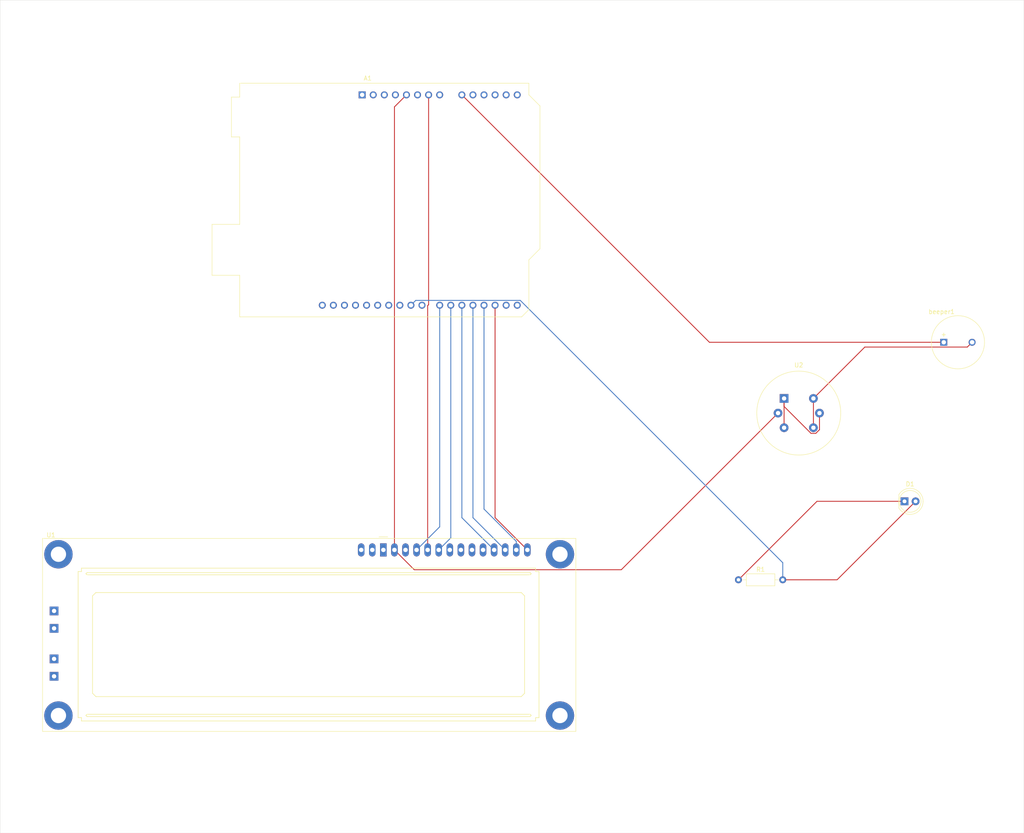
<source format=kicad_pcb>
(kicad_pcb (version 20240108) (generator "pcbnew") (generator_version "8.0")
  (layers (0 "F.Cu" signal) (31 "B.Cu" signal) (34 "B.Paste" user) (35 "F.Paste" user) (36 "B.SilkS" user "B.Silkscreen") (37 "F.SilkS" user "F.Silkscreen") (38 "B.Mask" user) (39 "F.Mask" user) (44 "Edge.Cuts" user))
  (net 0 "")
  (net 1 "Net-(A1-D6)")
  (net 2 "Net-(A1-D2)")
  (net 5 "Net-(A1-D4)")
  (net 6 "Net-(A1-A0)")
  (net 8 "Net-(A1-D9)")
  (net 13 "Net-(A1-D7)")
  (net 19 "Net-(A1-D5)")
  (net 25 "Net-(U1-R{slash}~{W})")
  (net 26 "Net-(A1-D3)")
  (net 30 "+5V")
  (net 33 "Net-(U2-A1)")
  (net 34 "Net-(D1-Pad1)")
  (net 36 "Net-(U1-VSS)")
  (net 47 "Net-(U2-B1)")
  (footprint "Sensor:MQ-6" (layer "F.Cu") (at 202.14 92.64)
    (property "Reference" "U2" (at 3.36 -7.64 0) (layer "F.SilkS"))
    (property "Value" "MQ-6")
    (fp_circle (center 3.36 3.36) (end 12.985 3.36) (stroke (width 0.12)) (fill none) (layer "F.SilkS"))
    (pad "1" thru_hole rect (at 0 0) (size 2 2) (drill 1) (layers "*.Cu" "*.Mask") (net 47 "Net-(U2-B1)"))
    (pad "2" thru_hole circle (at -1.39 3.36) (size 2 2) (drill 1) (layers "*.Cu" "*.Mask") (net 30 "+5V"))
    (pad "3" thru_hole circle (at 0 6.72 90) (size 2 2) (drill 1) (layers "*.Cu" "*.Mask") (net 47 "Net-(U2-B1)"))
    (pad "4" thru_hole circle (at 6.72 6.72 180) (size 2 2) (drill 1) (layers "*.Cu" "*.Mask") (net 33 "Net-(U2-A1)"))
    (pad "5" thru_hole circle (at 8.11 3.36) (size 2 2) (drill 1) (layers "*.Cu" "*.Mask") (net 47 "Net-(U2-B1)"))
    (pad "6" thru_hole circle (at 6.72 0 270) (size 2 2) (drill 1) (layers "*.Cu" "*.Mask") (net 33 "Net-(U2-A1)"))
  )
  (footprint "Resistor_THT:R_Axial_DIN0207_L6.3mm_D2.5mm_P10.16mm_Horizontal" (layer "F.Cu") (at 191.67 134.25)
    (property "Reference" "R1" (at 5.08 -2.37 0) (layer "F.SilkS"))
    (property "Value" "Resistor")
    (fp_line (start 1.04 0) (end 1.81 0) (stroke (width 0.12)) (layer "F.SilkS"))
    (fp_line (start 1.81 -1.37) (end 1.81 1.37) (stroke (width 0.12)) (layer "F.SilkS"))
    (fp_line (start 1.81 1.37) (end 8.35 1.37) (stroke (width 0.12)) (layer "F.SilkS"))
    (fp_line (start 8.35 -1.37) (end 1.81 -1.37) (stroke (width 0.12)) (layer "F.SilkS"))
    (fp_line (start 8.35 1.37) (end 8.35 -1.37) (stroke (width 0.12)) (layer "F.SilkS"))
    (fp_line (start 9.12 0) (end 8.35 0) (stroke (width 0.12)) (layer "F.SilkS"))
    (pad "1" thru_hole circle (at 0 0) (size 1.6 1.6) (drill 0.8) (layers "*.Cu" "*.Mask") (net 34 "Net-(D1-Pad1)"))
    (pad "2" thru_hole oval (at 10.16 0) (size 1.6 1.6) (drill 0.8) (layers "*.Cu" "*.Mask") (net 8 "Net-(A1-D9)"))
  )
  (footprint "LED_THT:LED_D5.0mm" (layer "F.Cu") (at 229.75 116.25)
    (property "Reference" "D1" (at 1.27 -3.96 0) (layer "F.SilkS"))
    (property "Value" "LED")
    (fp_line (start -1.29 -1.545) (end -1.29 1.545) (stroke (width 0.12)) (layer "F.SilkS"))
    (fp_arc (start -1.29 -1.54483) (mid 2.071756 -2.880501) (end 4.26 -0.000048) (stroke (width 0.12)) (layer "F.SilkS"))
    (fp_arc (start 4.26 0.000048) (mid 2.071756 2.880501) (end -1.29 1.54483) (stroke (width 0.12)) (layer "F.SilkS"))
    (fp_circle (center 1.27 0) (end 3.77 0) (stroke (width 0.12)) (fill none) (layer "F.SilkS"))
    (pad "1" thru_hole rect (at 0 0) (size 1.8 1.8) (drill 0.9) (layers "*.Cu" "*.Mask") (net 34 "Net-(D1-Pad1)"))
    (pad "2" thru_hole circle (at 2.54 0) (size 1.8 1.8) (drill 0.9) (layers "*.Cu" "*.Mask") (net 8 "Net-(A1-D9)"))
  )
  (footprint "Display:LCD-016N002L" (layer "F.Cu") (at 110.25 127.3925)
    (property "Reference" "U1" (at -76.21 -3.41 180) (layer "F.SilkS"))
    (property "Value" "LCD-016N002L")
    (fp_line (start -78.14 -2.64) (end -78.14 41.64) (stroke (width 0.12)) (layer "F.SilkS"))
    (fp_line (start -78.14 41.64) (end 44.14 41.64) (stroke (width 0.12)) (layer "F.SilkS"))
    (fp_line (start -69.977 4.953) (end -69.977 38.481) (stroke (width 0.15)) (layer "F.SilkS"))
    (fp_line (start -69.215 4.191) (end -69.215 4.953) (stroke (width 0.15)) (layer "F.SilkS"))
    (fp_line (start -69.215 4.953) (end -69.977 4.953) (stroke (width 0.15)) (layer "F.SilkS"))
    (fp_line (start -69.215 38.481) (end -69.977 38.481) (stroke (width 0.15)) (layer "F.SilkS"))
    (fp_line (start -69.215 39.243) (end -69.215 38.481) (stroke (width 0.15)) (layer "F.SilkS"))
    (fp_line (start -69.215 39.243) (end 34.925 39.243) (stroke (width 0.15)) (layer "F.SilkS"))
    (fp_line (start -68.199 5.461) (end -67.945 5.715) (stroke (width 0.15)) (layer "F.SilkS"))
    (fp_line (start -68.199 37.973) (end -67.945 38.227) (stroke (width 0.15)) (layer "F.SilkS"))
    (fp_line (start -67.945 5.207) (end -68.199 5.461) (stroke (width 0.15)) (layer "F.SilkS"))
    (fp_line (start -67.945 5.715) (end 33.655 5.715) (stroke (width 0.15)) (layer "F.SilkS"))
    (fp_line (start -67.945 37.719) (end -68.199 37.973) (stroke (width 0.15)) (layer "F.SilkS"))
    (fp_line (start -67.945 38.227) (end 33.655 38.227) (stroke (width 0.15)) (layer "F.SilkS"))
    (fp_line (start -66.675 10.541) (end -65.913 9.779) (stroke (width 0.15)) (layer "F.SilkS"))
    (fp_line (start -66.675 32.893) (end -66.675 10.541) (stroke (width 0.15)) (layer "F.SilkS"))
    (fp_line (start -65.913 9.779) (end 31.623 9.779) (stroke (width 0.15)) (layer "F.SilkS"))
    (fp_line (start -65.913 33.655) (end -66.675 32.893) (stroke (width 0.15)) (layer "F.SilkS"))
    (fp_line (start -1 -3) (end 1 -3) (stroke (width 0.12)) (layer "F.SilkS"))
    (fp_line (start 31.623 9.779) (end 32.385 10.541) (stroke (width 0.15)) (layer "F.SilkS"))
    (fp_line (start 31.623 33.655) (end -65.913 33.655) (stroke (width 0.15)) (layer "F.SilkS"))
    (fp_line (start 32.385 10.541) (end 32.385 32.893) (stroke (width 0.15)) (layer "F.SilkS"))
    (fp_line (start 32.385 32.893) (end 31.623 33.655) (stroke (width 0.15)) (layer "F.SilkS"))
    (fp_line (start 33.655 5.207) (end -67.945 5.207) (stroke (width 0.15)) (layer "F.SilkS"))
    (fp_line (start 33.655 5.207) (end 33.909 5.461) (stroke (width 0.15)) (layer "F.SilkS"))
    (fp_line (start 33.655 37.719) (end -67.945 37.719) (stroke (width 0.15)) (layer "F.SilkS"))
    (fp_line (start 33.655 38.227) (end 33.909 37.973) (stroke (width 0.15)) (layer "F.SilkS"))
    (fp_line (start 33.909 5.461) (end 33.655 5.715) (stroke (width 0.15)) (layer "F.SilkS"))
    (fp_line (start 33.909 37.973) (end 33.655 37.719) (stroke (width 0.15)) (layer "F.SilkS"))
    (fp_line (start 34.925 4.191) (end -69.215 4.191) (stroke (width 0.15)) (layer "F.SilkS"))
    (fp_line (start 34.925 4.191) (end 34.925 4.953) (stroke (width 0.15)) (layer "F.SilkS"))
    (fp_line (start 34.925 4.953) (end 35.687 4.953) (stroke (width 0.15)) (layer "F.SilkS"))
    (fp_line (start 34.925 38.481) (end 34.925 39.243) (stroke (width 0.15)) (layer "F.SilkS"))
    (fp_line (start 35.687 38.481) (end 34.925 38.481) (stroke (width 0.15)) (layer "F.SilkS"))
    (fp_line (start 35.687 38.481) (end 35.687 4.953) (stroke (width 0.15)) (layer "F.SilkS"))
    (fp_line (start 44.14 -2.64) (end -78.14 -2.64) (stroke (width 0.12)) (layer "F.SilkS"))
    (fp_line (start 44.14 -2.64) (end 44.14 41.64) (stroke (width 0.12)) (layer "F.SilkS"))
    (pad "" thru_hole circle (at -74.5 1 180) (size 6.5 6.5) (drill 3.5) (layers "*.Cu" "*.Mask"))
    (pad "" thru_hole circle (at -74.5 38 180) (size 6.5 6.5) (drill 3.5) (layers "*.Cu" "*.Mask"))
    (pad "" thru_hole circle (at 40.5 1 180) (size 6.5 6.5) (drill 3.5) (layers "*.Cu" "*.Mask"))
    (pad "" thru_hole circle (at 40.5 38 180) (size 6.5 6.5) (drill 3.5) (layers "*.Cu" "*.Mask"))
    (pad "1" thru_hole rect (at 0 0 180) (size 1.5 3) (drill 1) (layers "*.Cu" "*.Mask") (net 36 "Net-(U1-VSS)"))
    (pad "2" thru_hole oval (at 2.54 0 180) (size 1.5 3) (drill 1) (layers "*.Cu" "*.Mask") (net 30 "+5V"))
    (pad "3" thru_hole oval (at 5.08 0 180) (size 1.5 3) (drill 1) (layers "*.Cu" "*.Mask"))
    (pad "4" thru_hole oval (at 7.62 0 180) (size 1.5 3) (drill 1) (layers "*.Cu" "*.Mask") (net 13 "Net-(A1-D7)"))
    (pad "5" thru_hole oval (at 10.16 0 180) (size 1.5 3) (drill 1) (layers "*.Cu" "*.Mask") (net 25 "Net-(U1-R{slash}~{W})"))
    (pad "6" thru_hole oval (at 12.7 0 180) (size 1.5 3) (drill 1) (layers "*.Cu" "*.Mask") (net 1 "Net-(A1-D6)"))
    (pad "7" thru_hole oval (at 15.24 0 180) (size 1.5 3) (drill 1) (layers "*.Cu" "*.Mask"))
    (pad "8" thru_hole oval (at 17.78 0 180) (size 1.5 3) (drill 1) (layers "*.Cu" "*.Mask"))
    (pad "9" thru_hole oval (at 20.32 0 180) (size 1.5 3) (drill 1) (layers "*.Cu" "*.Mask"))
    (pad "10" thru_hole oval (at 22.86 0 180) (size 1.5 3) (drill 1) (layers "*.Cu" "*.Mask"))
    (pad "11" thru_hole oval (at 25.4 0 180) (size 1.5 3) (drill 1) (layers "*.Cu" "*.Mask") (net 19 "Net-(A1-D5)"))
    (pad "12" thru_hole oval (at 27.94 0 180) (size 1.5 3) (drill 1) (layers "*.Cu" "*.Mask") (net 5 "Net-(A1-D4)"))
    (pad "13" thru_hole oval (at 30.48 0 180) (size 1.5 3) (drill 1) (layers "*.Cu" "*.Mask") (net 26 "Net-(A1-D3)"))
    (pad "14" thru_hole oval (at 33.02 0 180) (size 1.5 3) (drill 1) (layers "*.Cu" "*.Mask") (net 2 "Net-(A1-D2)"))
    (pad "15" thru_hole oval (at -2.54 0 180) (size 1.5 3) (drill 1) (layers "*.Cu" "*.Mask"))
    (pad "16" thru_hole oval (at -5.08 0 180) (size 1.5 3) (drill 1) (layers "*.Cu" "*.Mask"))
    (pad "A1" thru_hole rect (at -75.5 14 180) (size 2 2) (drill 1) (layers "*.Cu" "*.Mask"))
    (pad "A2" thru_hole rect (at -75.5 25 180) (size 2 2) (drill 1) (layers "*.Cu" "*.Mask"))
    (pad "K1" thru_hole rect (at -75.5 18 180) (size 2 2) (drill 1) (layers "*.Cu" "*.Mask"))
    (pad "K2" thru_hole rect (at -75.5 29 180) (size 2 2) (drill 1) (layers "*.Cu" "*.Mask"))
  )
  (footprint "Buzzer_Beeper:MagneticBuzzer_ProSignal_ABT-410-RC" (layer "F.Cu") (at 238.75 79.75)
    (property "Reference" "beeper1" (at -0.5 -7 0) (layer "F.SilkS"))
    (property "Value" "Buzzer_5V")
    (fp_circle (center 3.25 0) (end 9.35 0) (stroke (width 0.12)) (fill none) (layer "F.SilkS"))
    (fp_text user "+" (at 0 -1.8 0) (layer "F.SilkS"))
    (pad "1" thru_hole rect (at 0 0) (size 1.6 1.6) (drill 1) (layers "*.Cu" "*.Mask") (net 6 "Net-(A1-A0)"))
    (pad "2" thru_hole circle (at 6.5 0) (size 1.6 1.6) (drill 1) (layers "*.Cu" "*.Mask") (net 33 "Net-(U2-A1)"))
  )
  (footprint "Module:Arduino_UNO_R3" (layer "F.Cu") (at 105.39 22.99)
    (property "Reference" "A1" (at 1.27 -3.81 180) (layer "F.SilkS"))
    (property "Value" "Arduino_UNO_R3")
    (fp_line (start -34.42 29.72) (end -34.42 41.4) (stroke (width 0.12)) (layer "F.SilkS"))
    (fp_line (start -34.42 41.4) (end -28.07 41.4) (stroke (width 0.12)) (layer "F.SilkS"))
    (fp_line (start -29.97 0.51) (end -29.97 9.65) (stroke (width 0.12)) (layer "F.SilkS"))
    (fp_line (start -29.97 9.65) (end -28.07 9.65) (stroke (width 0.12)) (layer "F.SilkS"))
    (fp_line (start -28.07 -2.67) (end -28.07 0.51) (stroke (width 0.12)) (layer "F.SilkS"))
    (fp_line (start -28.07 0.51) (end -29.97 0.51) (stroke (width 0.12)) (layer "F.SilkS"))
    (fp_line (start -28.07 9.65) (end -28.07 29.72) (stroke (width 0.12)) (layer "F.SilkS"))
    (fp_line (start -28.07 29.72) (end -34.42 29.72) (stroke (width 0.12)) (layer "F.SilkS"))
    (fp_line (start -28.07 41.4) (end -28.07 50.93) (stroke (width 0.12)) (layer "F.SilkS"))
    (fp_line (start -28.07 50.93) (end 36.58 50.93) (stroke (width 0.12)) (layer "F.SilkS"))
    (fp_line (start 36.58 50.93) (end 38.23 49.28) (stroke (width 0.12)) (layer "F.SilkS"))
    (fp_line (start 38.23 -2.67) (end -28.07 -2.67) (stroke (width 0.12)) (layer "F.SilkS"))
    (fp_line (start 38.23 0) (end 38.23 -2.67) (stroke (width 0.12)) (layer "F.SilkS"))
    (fp_line (start 38.23 37.85) (end 40.77 35.31) (stroke (width 0.12)) (layer "F.SilkS"))
    (fp_line (start 38.23 49.28) (end 38.23 37.85) (stroke (width 0.12)) (layer "F.SilkS"))
    (fp_line (start 40.77 2.54) (end 38.23 0) (stroke (width 0.12)) (layer "F.SilkS"))
    (fp_line (start 40.77 35.31) (end 40.77 2.54) (stroke (width 0.12)) (layer "F.SilkS"))
    (pad "1" thru_hole rect (at 0 0 90) (size 1.6 1.6) (drill 1) (layers "*.Cu" "*.Mask"))
    (pad "2" thru_hole oval (at 2.54 0 90) (size 1.6 1.6) (drill 1) (layers "*.Cu" "*.Mask"))
    (pad "3" thru_hole oval (at 5.08 0 90) (size 1.6 1.6) (drill 1) (layers "*.Cu" "*.Mask"))
    (pad "4" thru_hole oval (at 7.62 0 90) (size 1.6 1.6) (drill 1) (layers "*.Cu" "*.Mask"))
    (pad "5" thru_hole oval (at 10.16 0 90) (size 1.6 1.6) (drill 1) (layers "*.Cu" "*.Mask") (net 30 "+5V"))
    (pad "6" thru_hole oval (at 12.7 0 90) (size 1.6 1.6) (drill 1) (layers "*.Cu" "*.Mask"))
    (pad "7" thru_hole oval (at 15.24 0 90) (size 1.6 1.6) (drill 1) (layers "*.Cu" "*.Mask") (net 25 "Net-(U1-R{slash}~{W})"))
    (pad "8" thru_hole oval (at 17.78 0 90) (size 1.6 1.6) (drill 1) (layers "*.Cu" "*.Mask"))
    (pad "9" thru_hole oval (at 22.86 0 90) (size 1.6 1.6) (drill 1) (layers "*.Cu" "*.Mask") (net 6 "Net-(A1-A0)"))
    (pad "10" thru_hole oval (at 25.4 0 90) (size 1.6 1.6) (drill 1) (layers "*.Cu" "*.Mask"))
    (pad "11" thru_hole oval (at 27.94 0 90) (size 1.6 1.6) (drill 1) (layers "*.Cu" "*.Mask"))
    (pad "12" thru_hole oval (at 30.48 0 90) (size 1.6 1.6) (drill 1) (layers "*.Cu" "*.Mask"))
    (pad "13" thru_hole oval (at 33.02 0 90) (size 1.6 1.6) (drill 1) (layers "*.Cu" "*.Mask"))
    (pad "14" thru_hole oval (at 35.56 0 90) (size 1.6 1.6) (drill 1) (layers "*.Cu" "*.Mask"))
    (pad "15" thru_hole oval (at 35.56 48.26 90) (size 1.6 1.6) (drill 1) (layers "*.Cu" "*.Mask"))
    (pad "16" thru_hole oval (at 33.02 48.26 90) (size 1.6 1.6) (drill 1) (layers "*.Cu" "*.Mask"))
    (pad "17" thru_hole oval (at 30.48 48.26 90) (size 1.6 1.6) (drill 1) (layers "*.Cu" "*.Mask") (net 2 "Net-(A1-D2)"))
    (pad "18" thru_hole oval (at 27.94 48.26 90) (size 1.6 1.6) (drill 1) (layers "*.Cu" "*.Mask") (net 26 "Net-(A1-D3)"))
    (pad "19" thru_hole oval (at 25.4 48.26 90) (size 1.6 1.6) (drill 1) (layers "*.Cu" "*.Mask") (net 5 "Net-(A1-D4)"))
    (pad "20" thru_hole oval (at 22.86 48.26 90) (size 1.6 1.6) (drill 1) (layers "*.Cu" "*.Mask") (net 19 "Net-(A1-D5)"))
    (pad "21" thru_hole oval (at 20.32 48.26 90) (size 1.6 1.6) (drill 1) (layers "*.Cu" "*.Mask") (net 1 "Net-(A1-D6)"))
    (pad "22" thru_hole oval (at 17.78 48.26 90) (size 1.6 1.6) (drill 1) (layers "*.Cu" "*.Mask") (net 13 "Net-(A1-D7)"))
    (pad "23" thru_hole oval (at 13.72 48.26 90) (size 1.6 1.6) (drill 1) (layers "*.Cu" "*.Mask"))
    (pad "24" thru_hole oval (at 11.18 48.26 90) (size 1.6 1.6) (drill 1) (layers "*.Cu" "*.Mask") (net 8 "Net-(A1-D9)"))
    (pad "25" thru_hole oval (at 8.64 48.26 90) (size 1.6 1.6) (drill 1) (layers "*.Cu" "*.Mask"))
    (pad "26" thru_hole oval (at 6.1 48.26 90) (size 1.6 1.6) (drill 1) (layers "*.Cu" "*.Mask"))
    (pad "27" thru_hole oval (at 3.56 48.26 90) (size 1.6 1.6) (drill 1) (layers "*.Cu" "*.Mask"))
    (pad "28" thru_hole oval (at 1.02 48.26 90) (size 1.6 1.6) (drill 1) (layers "*.Cu" "*.Mask"))
    (pad "29" thru_hole oval (at -1.52 48.26 90) (size 1.6 1.6) (drill 1) (layers "*.Cu" "*.Mask"))
    (pad "30" thru_hole oval (at -4.06 48.26 90) (size 1.6 1.6) (drill 1) (layers "*.Cu" "*.Mask"))
    (pad "31" thru_hole oval (at -6.6 48.26 90) (size 1.6 1.6) (drill 1) (layers "*.Cu" "*.Mask"))
    (pad "32" thru_hole oval (at -9.14 48.26 90) (size 1.6 1.6) (drill 1) (layers "*.Cu" "*.Mask"))
  )
  (gr_rect (start 22.375 1.25) (end 257.125 192.35) (stroke (width 0.05)) (fill none) (layer "Edge.Cuts"))
  (segment (start 125.71 71.25) (end 125.71 124.6325) (width 0.2) (layer "B.Cu") (net 1))
  (segment (start 125.71 124.6325) (end 122.95 127.3925) (width 0.2) (layer "B.Cu") (net 1))
  (segment (start 135.87 71.25) (end 135.87 119.9925) (width 0.2) (layer "F.Cu") (net 2))
  (segment (start 135.87 119.9925) (end 143.27 127.3925) (width 0.2) (layer "F.Cu") (net 2))
  (segment (start 130.79 71.25) (end 130.79 119.9925) (width 0.2) (layer "B.Cu") (net 5))
  (segment (start 130.79 119.9925) (end 138.19 127.3925) (width 0.2) (layer "B.Cu") (net 5))
  (segment (start 128.25 22.99) (end 185.01 79.75) (width 0.2) (layer "F.Cu") (net 6))
  (segment (start 185.01 79.75) (end 238.75 79.75) (width 0.2) (layer "F.Cu") (net 6))
  (segment (start 214.29 134.25) (end 201.83 134.25) (width 0.2) (layer "F.Cu") (net 8))
  (segment (start 232.29 116.25) (end 214.29 134.25) (width 0.2) (layer "F.Cu") (net 8))
  (segment (start 117.67 70.15) (end 141.65 70.15) (width 0.2) (layer "B.Cu") (net 8))
  (segment (start 116.57 71.25) (end 117.67 70.15) (width 0.2) (layer "B.Cu") (net 8))
  (segment (start 141.65 70.15) (end 201.83 130.33) (width 0.2) (layer "B.Cu") (net 8))
  (segment (start 201.83 130.33) (end 201.83 134.25) (width 0.2) (layer "B.Cu") (net 8))
  (segment (start 123.17 122.0925) (end 117.87 127.3925) (width 0.2) (layer "B.Cu") (net 13))
  (segment (start 123.17 71.25) (end 123.17 122.0925) (width 0.2) (layer "B.Cu") (net 13))
  (segment (start 128.25 71.25) (end 128.25 119.9925) (width 0.2) (layer "B.Cu") (net 19))
  (segment (start 128.25 119.9925) (end 135.65 127.3925) (width 0.2) (layer "B.Cu") (net 19))
  (segment (start 120.63 71.13) (end 120.41 71.35) (width 0.2) (layer "F.Cu") (net 25))
  (segment (start 120.41 71.35) (end 120.41 127.3925) (width 0.2) (layer "F.Cu") (net 25))
  (segment (start 120.63 22.99) (end 120.63 71.13) (width 0.2) (layer "F.Cu") (net 25))
  (segment (start 133.33 118.018186) (end 140.73 125.418186) (width 0.2) (layer "B.Cu") (net 26))
  (segment (start 133.33 71.25) (end 133.33 118.018186) (width 0.2) (layer "B.Cu") (net 26))
  (segment (start 140.73 125.418186) (end 140.73 127.3925) (width 0.2) (layer "B.Cu") (net 26))
  (segment (start 112.79 25.75) (end 112.79 127.3925) (width 0.2) (layer "F.Cu") (net 30))
  (segment (start 115.55 22.99) (end 112.79 25.75) (width 0.2) (layer "F.Cu") (net 30))
  (segment (start 117.34 131.9425) (end 112.79 127.3925) (width 0.2) (layer "F.Cu") (net 30))
  (segment (start 164.8075 131.9425) (end 117.34 131.9425) (width 0.2) (layer "F.Cu") (net 30))
  (segment (start 200.75 96) (end 164.8075 131.9425) (width 0.2) (layer "F.Cu") (net 30))
  (segment (start 244.15 80.85) (end 220.65 80.85) (width 0.2) (layer "F.Cu") (net 33))
  (segment (start 245.25 79.75) (end 244.15 80.85) (width 0.2) (layer "F.Cu") (net 33))
  (segment (start 220.65 80.85) (end 208.86 92.64) (width 0.2) (layer "F.Cu") (net 33))
  (segment (start 208.86 92.64) (end 208.86 99.36) (width 0.2) (layer "F.Cu") (net 33))
  (segment (start 229.75 116.25) (end 209.67 116.25) (width 0.2) (layer "F.Cu") (net 34))
  (segment (start 209.67 116.25) (end 191.67 134.25) (width 0.2) (layer "F.Cu") (net 34))
  (segment (start 208.321522 100.66) (end 209.398478 100.66) (width 0.2) (layer "F.Cu") (net 47))
  (segment (start 202.14 92.64) (end 202.14 94.478478) (width 0.2) (layer "F.Cu") (net 47))
  (segment (start 202.14 92.64) (end 202.14 99.36) (width 0.2) (layer "F.Cu") (net 47))
  (segment (start 202.14 94.478478) (end 208.321522 100.66) (width 0.2) (layer "F.Cu") (net 47))
  (segment (start 210.25 99.808478) (end 210.25 96) (width 0.2) (layer "F.Cu") (net 47))
  (segment (start 209.398478 100.66) (end 210.25 99.808478) (width 0.2) (layer "F.Cu") (net 47))
)
</source>
